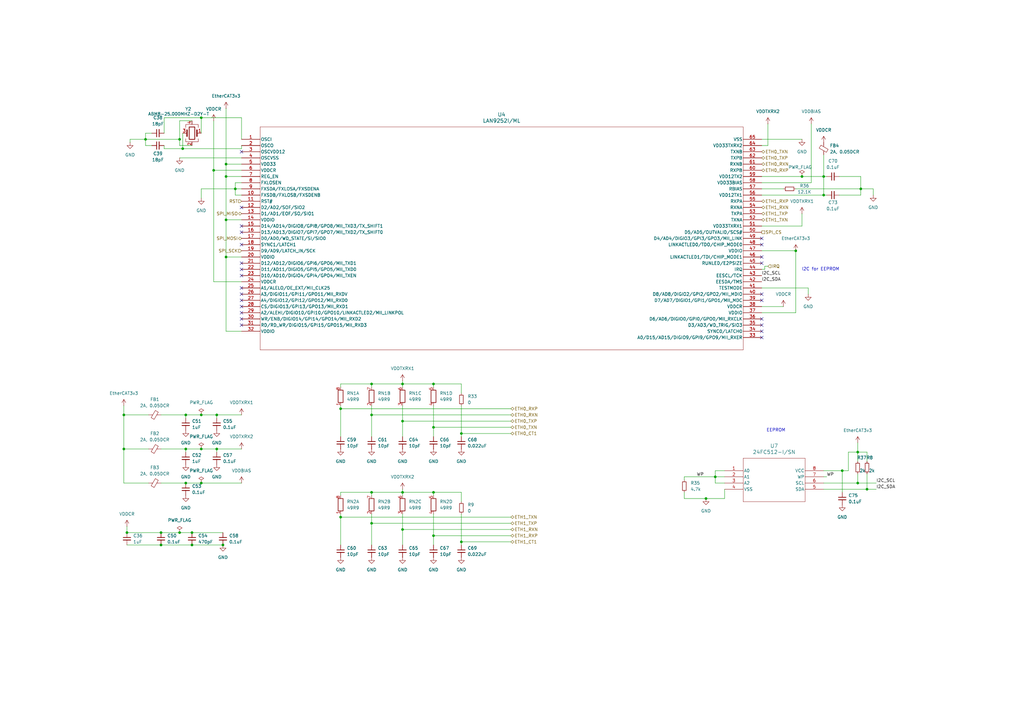
<source format=kicad_sch>
(kicad_sch (version 20231120) (generator "eeschema") (generator_version "8.0")
  (paper "A3")
  (lib_symbols
    (symbol "2024-07-01_21-03-15:LAN9252I_ML" (pin_names (offset 0.254))
      (property "Reference" "U7" (at 106.68 10.16 0))
      (property "Value" "LAN9252I/ML" (at 106.68 7.62 0))
      (symbol "LAN9252I_ML_0_1"
        (pin input line (at 0 0 0) (length 7.62) (name "OSCI") (number "1"))
        (pin input line (at 0 -22.86 0) (length 7.62) (name "FXSDB/FXLOSB/FXSDENB") (number "10"))
        (pin bidirectional line (at 0 -25.4 0) (length 7.62) (name "RST#") (number "11"))
        (pin bidirectional line (at 0 -27.94 0) (length 7.62) (name "D2/AD2/SOF/SIO2") (number "12"))
        (pin bidirectional line (at 0 -30.48 0) (length 7.62) (name "D1/AD1/EOF/SO/SIO1") (number "13"))
        (pin power_in line (at 0 -33.02 0) (length 7.62) (name "VDDIO") (number "14"))
        (pin bidirectional line (at 0 -35.56 0) (length 7.62) (name "D14/AD14/DIGIO8/GPI8/GPO8/MII_TXD3/TX_SHIFT1") (number "15"))
        (pin bidirectional line (at 0 -38.1 0) (length 7.62) (name "D13/AD13/DIGIO7/GPI7/GPO7/MII_TXD2/TX_SHIFT0") (number "16"))
        (pin bidirectional line (at 0 -40.64 0) (length 7.62) (name "D0/AD0/WD_STATE/SI/SIO0") (number "17"))
        (pin bidirectional line (at 0 -43.18 0) (length 7.62) (name "SYNC1/LATCH1") (number "18"))
        (pin bidirectional line (at 0 -45.72 0) (length 7.62) (name "D9/AD9/LATCH_IN/SCK") (number "19"))
        (pin output line (at 0 -2.54 0) (length 7.62) (name "OSCO") (number "2"))
        (pin power_in line (at 0 -48.26 0) (length 7.62) (name "VDDIO") (number "20"))
        (pin bidirectional line (at 0 -50.8 0) (length 7.62) (name "D12/AD12/DIGIO6/GPI6/GPO6/MII_TXD1") (number "21"))
        (pin bidirectional line (at 0 -53.34 0) (length 7.62) (name "D11/AD11/DIGIO5/GPI5/GPO5/MII_TXD0") (number "22"))
        (pin bidirectional line (at 0 -55.88 0) (length 7.62) (name "D10/AD10/DIGIO4/GPI4/GPO4/MII_TXEN") (number "23"))
        (pin power_in line (at 0 -58.42 0) (length 7.62) (name "VDDCR") (number "24"))
        (pin bidirectional line (at 0 -60.96 0) (length 7.62) (name "A1/ALELO/OE_EXT/MII_CLK25") (number "25"))
        (pin bidirectional line (at 0 -63.5 0) (length 7.62) (name "A3/DIGIO11/GPI11/GPO11/MII_RXDV") (number "26"))
        (pin bidirectional line (at 0 -66.04 0) (length 7.62) (name "A4/DIGIO12/GPI12/GPO12/MII_RXD0") (number "27"))
        (pin bidirectional line (at 0 -68.58 0) (length 7.62) (name "CS/DIGIO13/GPI13/GPO13/MII_RXD1") (number "28"))
        (pin bidirectional line (at 0 -71.12 0) (length 7.62) (name "A2/ALEHI/DIGIO10/GPI10/GPO10/LINKACTLED2/MII_LINKPOL") (number "29"))
        (pin power_in line (at 0 -5.08 0) (length 7.62) (name "OSCVDD12") (number "3"))
        (pin bidirectional line (at 0 -73.66 0) (length 7.62) (name "WR/ENB/DIGIO14/GPI14/GPO14/MII_RXD2") (number "30"))
        (pin bidirectional line (at 0 -76.2 0) (length 7.62) (name "RD/RD_WR/DIGIO15/GPI15/GPO15/MII_RXD3") (number "31"))
        (pin power_in line (at 0 -78.74 0) (length 7.62) (name "VDDIO") (number "32"))
        (pin bidirectional line (at 213.36 -81.28 180) (length 7.62) (name "A0/D15/AD15/DIGIO9/GPI9/GPO9/MII_RXER") (number "33"))
        (pin bidirectional line (at 213.36 -78.74 180) (length 7.62) (name "SYNC0/LATCH0") (number "34"))
        (pin bidirectional line (at 213.36 -76.2 180) (length 7.62) (name "D3/AD3/WD_TRIG/SIO3") (number "35"))
        (pin bidirectional line (at 213.36 -73.66 180) (length 7.62) (name "D6/AD6/DIGIO0/GPI0/GPO0/MII_RXCLK") (number "36"))
        (pin power_in line (at 213.36 -71.12 180) (length 7.62) (name "VDDIO") (number "37"))
        (pin power_in line (at 213.36 -68.58 180) (length 7.62) (name "VDDCR") (number "38"))
        (pin bidirectional line (at 213.36 -66.04 180) (length 7.62) (name "D7/AD7/DIGIO1/GPI1/GPO1/MII_MDC") (number "39"))
        (pin bidirectional line (at 213.36 -63.5 180) (length 7.62) (name "D8/AD8/DIGIO2/GPI2/GPO2/MII_MDIO") (number "40"))
        (pin input line (at 213.36 -60.96 180) (length 7.62) (name "TESTMODE") (number "41"))
        (pin bidirectional line (at 213.36 -58.42 180) (length 7.62) (name "EESDA/TMS") (number "42"))
        (pin bidirectional line (at 213.36 -55.88 180) (length 7.62) (name "EESCL/TCK") (number "43"))
        (pin output line (at 213.36 -53.34 180) (length 7.62) (name "IRQ") (number "44"))
        (pin bidirectional line (at 213.36 -50.8 180) (length 7.62) (name "RUNLED/E2PSIZE") (number "45"))
        (pin bidirectional line (at 213.36 -48.26 180) (length 7.62) (name "LINKACTLED1/TDI/CHIP_MODE1") (number "46"))
        (pin power_in line (at 213.36 -45.72 180) (length 7.62) (name "VDDIO") (number "47"))
        (pin bidirectional line (at 213.36 -43.18 180) (length 7.62) (name "LINKACTLED0/TDO/CHIP_MODE0") (number "48"))
        (pin bidirectional line (at 213.36 -40.64 180) (length 7.62) (name "D4/AD4/DIGIO3/GPI3/GPO3/MII_LINK") (number "49"))
        (pin power_in line (at 0 -10.16 0) (length 7.62) (name "VDD33") (number "5"))
        (pin bidirectional line (at 213.36 -38.1 180) (length 7.62) (name "D5/AD5/OUTVALID/SCS#") (number "50"))
        (pin power_in line (at 213.36 -35.56 180) (length 7.62) (name "VDD33TXRX1") (number "51"))
        (pin power_in line (at 213.36 -22.86 180) (length 7.62) (name "VDD12TX1") (number "56"))
        (pin power_in line (at 213.36 -17.78 180) (length 7.62) (name "VDD33BIAS") (number "58"))
        (pin power_in line (at 213.36 -15.24 180) (length 7.62) (name "VDD12TX2") (number "59"))
        (pin power_in line (at 0 -12.7 0) (length 7.62) (name "VDDCR") (number "6"))
        (pin power_in line (at 213.36 -2.54 180) (length 7.62) (name "VDD33TXRX2") (number "64"))
        (pin input line (at 0 -20.32 0) (length 7.62) (name "FXSDA/FXLOSA/FXSDENA") (number "9"))
      )
      (symbol "LAN9252I_ML_1_1"
        (pin passive line (at 0 -7.62 0) (length 7.62) (name "OSCVSS") (number "4"))
        (pin bidirectional line (at 213.36 -33.02 180) (length 7.62) (name "TXNA") (number "52"))
        (pin bidirectional line (at 213.36 -30.48 180) (length 7.62) (name "TXPA") (number "53"))
        (pin bidirectional line (at 213.36 -27.94 180) (length 7.62) (name "RXNA") (number "54"))
        (pin bidirectional line (at 213.36 -25.4 180) (length 7.62) (name "RXPA") (number "55"))
        (pin passive line (at 213.36 -20.32 180) (length 7.62) (name "RBIAS") (number "57"))
        (pin bidirectional line (at 213.36 -12.7 180) (length 7.62) (name "RXPB") (number "60"))
        (pin bidirectional line (at 213.36 -10.16 180) (length 7.62) (name "RXNB") (number "61"))
        (pin bidirectional line (at 213.36 -7.62 180) (length 7.62) (name "TXPB") (number "62"))
        (pin bidirectional line (at 213.36 -5.08 180) (length 7.62) (name "TXNB") (number "63"))
        (pin passive line (at 213.36 0 180) (length 7.62) (name "VSS") (number "65"))
        (pin passive line (at 0 -15.24 0) (length 7.62) (name "REG_EN") (number "7"))
        (pin passive line (at 0 -17.78 0) (length 7.62) (name "FXLOSEN") (number "8"))
      )
    )
    (symbol "2024-07-03_18-39-37:24FC512-I_SN" (pin_names (offset 0.254))
      (property "Reference" "U" (at 20.32 10.16 0))
      (property "Value" "24FC512-I/SN" (at 20.32 7.62 0))
      (symbol "24FC512-I_SN_0_1"
        (pin input line (at 0 0 0) (length 7.62) (name "A0") (number "1"))
        (pin input line (at 0 -2.54 0) (length 7.62) (name "A1") (number "2"))
        (pin input line (at 0 -5.08 0) (length 7.62) (name "A2") (number "3"))
        (pin power_in line (at 0 -7.62 0) (length 7.62) (name "VSS") (number "4"))
        (pin bidirectional line (at 40.64 -7.62 180) (length 7.62) (name "SDA") (number "5"))
        (pin input line (at 40.64 -5.08 180) (length 7.62) (name "SCL") (number "6"))
        (pin input line (at 40.64 -2.54 180) (length 7.62) (name "WP") (number "7"))
        (pin power_in line (at 40.64 0 180) (length 7.62) (name "VCC") (number "8"))
      )
    )
    (symbol "Device:C_Small" (pin_numbers hide) (pin_names (offset 0.254) hide)
      (property "Reference" "C" (at 0.254 1.778 0))
      (property "Value" "C_Small" (at 0.254 -2.032 0))
      (symbol "C_Small_1_1"
        (pin passive line (at 0 2.54 270) (length 2.032) (name "~") (number "1"))
        (pin passive line (at 0 -2.54 90) (length 2.032) (name "~") (number "2"))
      )
    )
    (symbol "Device:Crystal_GND24" (pin_names (offset 1.016) hide)
      (property "Reference" "Y" (at 3.175 5.08 0))
      (property "Value" "Crystal_GND24" (at 3.175 3.175 0))
      (symbol "Crystal_GND24_1_1"
        (pin passive line (at -3.81 0 0) (length 1.27) (name "1") (number "1"))
        (pin passive line (at 0 5.08 270) (length 1.27) (name "2") (number "2"))
        (pin passive line (at 3.81 0 180) (length 1.27) (name "3") (number "3"))
        (pin passive line (at 0 -5.08 90) (length 1.27) (name "4") (number "4"))
      )
    )
    (symbol "Device:FerriteBead_Small" (pin_numbers hide) (pin_names (offset 0))
      (property "Reference" "FB" (at 1.905 1.27 0))
      (property "Value" "FerriteBead_Small" (at 1.905 -1.27 0))
      (symbol "FerriteBead_Small_1_1"
        (pin passive line (at 0 2.54 270) (length 1.27) (name "~") (number "1"))
        (pin passive line (at 0 -2.54 90) (length 1.27) (name "~") (number "2"))
      )
    )
    (symbol "Device:R_Pack04_Split" (pin_names (offset 0) hide)
      (property "Reference" "RN" (at 2.032 0 90))
      (property "Value" "R_Pack04_Split" (at 0 0 90))
      (symbol "R_Pack04_Split_1_1"
        (pin passive line (at 0 -3.81 90) (length 1.27) (name "R1.1") (number "1"))
        (pin passive line (at 0 3.81 270) (length 1.27) (name "R1.2") (number "8"))
      )
      (symbol "R_Pack04_Split_2_1"
        (pin passive line (at 0 -3.81 90) (length 1.27) (name "R2.1") (number "2"))
        (pin passive line (at 0 3.81 270) (length 1.27) (name "R2.2") (number "7"))
      )
      (symbol "R_Pack04_Split_3_1"
        (pin passive line (at 0 -3.81 90) (length 1.27) (name "R3.1") (number "3"))
        (pin passive line (at 0 3.81 270) (length 1.27) (name "R3.2") (number "6"))
      )
      (symbol "R_Pack04_Split_4_1"
        (pin passive line (at 0 -3.81 90) (length 1.27) (name "R4.1") (number "4"))
        (pin passive line (at 0 3.81 270) (length 1.27) (name "R4.2") (number "5"))
      )
    )
    (symbol "Device:R_Small" (pin_numbers hide) (pin_names (offset 0.254) hide)
      (property "Reference" "R" (at 0.762 0.508 0))
      (property "Value" "R_Small" (at 0.762 -1.016 0))
      (symbol "R_Small_1_1"
        (pin passive line (at 0 2.54 270) (length 0.762) (name "~") (number "1"))
        (pin passive line (at 0 -2.54 90) (length 0.762) (name "~") (number "2"))
      )
    )
    (symbol "power:+3.3V" (power) (pin_numbers hide) (pin_names (offset 0) hide)
      (property "Value" "+3.3V" (at 0 3.556 0))
      (symbol "+3.3V_1_1"
        (pin power_in line (at 0 0 90) (length 0) (name "~") (number "1"))
      )
    )
    (symbol "power:GND" (power) (pin_numbers hide) (pin_names (offset 0) hide)
      (property "Value" "GND" (at 0 -3.81 0))
      (symbol "GND_1_1"
        (pin power_in line (at 0 0 270) (length 0) (name "~") (number "1"))
      )
    )
    (symbol "power:PWR_FLAG" (power) (pin_numbers hide) (pin_names (offset 0) hide)
      (property "Value" "PWR_FLAG" (at 0 3.81 0))
      (symbol "PWR_FLAG_0_0"
        (pin power_out line (at 0 0 90) (length 0) (name "~") (number "1"))
      )
    )
  )
  (junction (at 52.07 218.44))
  (junction (at 92.71 105.41))
  (junction (at 152.4 214.63))
  (junction (at 76.2 170.18))
  (junction (at 165.1 157.48))
  (junction (at 177.8 219.71))
  (junction (at 82.55 170.18))
  (junction (at 82.55 184.15))
  (junction (at 82.55 48.26))
  (junction (at 177.8 157.48))
  (junction (at 92.71 72.39))
  (junction (at 351.79 198.12))
  (junction (at 88.9 184.15))
  (junction (at 92.71 90.17))
  (junction (at 328.93 72.39))
  (junction (at 353.06 77.47))
  (junction (at 66.04 223.52))
  (junction (at 337.82 80.01))
  (junction (at 355.6 200.66))
  (junction (at 293.37 195.58))
  (junction (at 73.66 218.44))
  (junction (at 152.4 170.18))
  (junction (at 177.8 175.26))
  (junction (at 87.63 69.85))
  (junction (at 152.4 201.93))
  (junction (at 139.7 212.09))
  (junction (at 74.93 60.96))
  (junction (at 73.66 57.15))
  (junction (at 76.2 198.12))
  (junction (at 351.79 185.42))
  (junction (at 82.55 198.12))
  (junction (at 177.8 201.93))
  (junction (at 88.9 170.18))
  (junction (at 139.7 167.64))
  (junction (at 189.23 177.8))
  (junction (at 165.1 201.93))
  (junction (at 345.44 193.04))
  (junction (at 76.2 184.15))
  (junction (at 66.04 218.44))
  (junction (at 92.71 67.31))
  (junction (at 91.44 223.52))
  (junction (at 152.4 157.48))
  (junction (at 326.39 102.87))
  (junction (at 78.74 218.44))
  (junction (at 50.8 184.15))
  (junction (at 337.82 72.39))
  (junction (at 165.1 172.72))
  (junction (at 165.1 217.17))
  (junction (at 59.69 57.15))
  (junction (at 78.74 223.52))
  (junction (at 96.52 77.47))
  (junction (at 50.8 170.18))
  (junction (at 189.23 222.25))
  (junction (at 289.56 204.47))
  (no_connect (at 99.06 62.23))
  (no_connect (at 99.06 133.35))
  (no_connect (at 312.42 105.41))
  (no_connect (at 99.06 125.73))
  (no_connect (at 99.06 85.09))
  (no_connect (at 312.42 107.95))
  (no_connect (at 99.06 110.49))
  (no_connect (at 312.42 100.33))
  (no_connect (at 312.42 130.81))
  (no_connect (at 99.06 100.33))
  (no_connect (at 312.42 133.35))
  (no_connect (at 99.06 130.81))
  (no_connect (at 312.42 135.89))
  (no_connect (at 312.42 138.43))
  (no_connect (at 312.42 120.65))
  (no_connect (at 99.06 95.25))
  (no_connect (at 99.06 128.27))
  (no_connect (at 99.06 118.11))
  (no_connect (at 99.06 107.95))
  (no_connect (at 312.42 97.79))
  (no_connect (at 312.42 123.19))
  (no_connect (at 99.06 92.71))
  (no_connect (at 99.06 113.03))
  (no_connect (at 99.06 120.65))
  (no_connect (at 99.06 123.19))
  (wire (pts (xy 326.39 128.27) (xy 326.39 102.87)))
  (wire (pts (xy 82.55 170.18) (xy 88.9 170.18)))
  (wire (pts (xy 351.79 185.42) (xy 351.79 189.23)))
  (wire (pts (xy 99.06 135.89) (xy 92.71 135.89)))
  (wire (pts (xy 66.04 223.52) (xy 78.74 223.52)))
  (wire (pts (xy 293.37 195.58) (xy 297.18 195.58)))
  (wire (pts (xy 152.4 214.63) (xy 152.4 223.52)))
  (wire (pts (xy 139.7 167.64) (xy 139.7 179.07)))
  (wire (pts (xy 280.67 196.85) (xy 280.67 195.58)))
  (wire (pts (xy 314.96 50.8) (xy 314.96 59.69)))
  (wire (pts (xy 177.8 210.82) (xy 177.8 219.71)))
  (wire (pts (xy 66.04 198.12) (xy 76.2 198.12)))
  (wire (pts (xy 67.31 48.26) (xy 82.55 48.26)))
  (wire (pts (xy 50.8 166.37) (xy 50.8 170.18)))
  (wire (pts (xy 87.63 69.85) (xy 99.06 69.85)))
  (wire (pts (xy 314.96 109.22) (xy 313.69 109.22)))
  (wire (pts (xy 165.1 200.66) (xy 165.1 201.93)))
  (wire (pts (xy 67.31 60.96) (xy 67.31 59.69)))
  (wire (pts (xy 177.8 201.93) (xy 177.8 203.2)))
  (wire (pts (xy 189.23 177.8) (xy 189.23 179.07)))
  (wire (pts (xy 165.1 201.93) (xy 165.1 203.2)))
  (wire (pts (xy 139.7 212.09) (xy 209.55 212.09)))
  (wire (pts (xy 331.47 118.11) (xy 331.47 120.65)))
  (wire (pts (xy 76.2 198.12) (xy 82.55 198.12)))
  (wire (pts (xy 351.79 185.42) (xy 355.6 185.42)))
  (wire (pts (xy 139.7 210.82) (xy 139.7 212.09)))
  (wire (pts (xy 312.42 102.87) (xy 326.39 102.87)))
  (wire (pts (xy 78.74 218.44) (xy 91.44 218.44)))
  (wire (pts (xy 50.8 170.18) (xy 60.96 170.18)))
  (wire (pts (xy 177.8 166.37) (xy 177.8 175.26)))
  (wire (pts (xy 59.69 54.61) (xy 59.69 57.15)))
  (wire (pts (xy 88.9 184.15) (xy 99.06 184.15)))
  (wire (pts (xy 280.67 195.58) (xy 293.37 195.58)))
  (wire (pts (xy 139.7 167.64) (xy 209.55 167.64)))
  (wire (pts (xy 353.06 72.39) (xy 353.06 77.47)))
  (wire (pts (xy 312.42 118.11) (xy 331.47 118.11)))
  (wire (pts (xy 96.52 77.47) (xy 96.52 80.01)))
  (wire (pts (xy 337.82 72.39) (xy 337.82 80.01)))
  (wire (pts (xy 345.44 193.04) (xy 345.44 201.93)))
  (wire (pts (xy 96.52 77.47) (xy 82.55 77.47)))
  (wire (pts (xy 62.23 54.61) (xy 59.69 54.61)))
  (wire (pts (xy 52.07 215.9) (xy 52.07 218.44)))
  (wire (pts (xy 353.06 77.47) (xy 358.14 77.47)))
  (wire (pts (xy 152.4 214.63) (xy 209.55 214.63)))
  (wire (pts (xy 88.9 170.18) (xy 88.9 171.45)))
  (wire (pts (xy 189.23 222.25) (xy 189.23 223.52)))
  (wire (pts (xy 337.82 198.12) (xy 351.79 198.12)))
  (wire (pts (xy 59.69 57.15) (xy 53.34 57.15)))
  (wire (pts (xy 312.42 57.15) (xy 328.93 57.15)))
  (wire (pts (xy 177.8 175.26) (xy 177.8 179.07)))
  (wire (pts (xy 92.71 90.17) (xy 99.06 90.17)))
  (wire (pts (xy 152.4 157.48) (xy 165.1 157.48)))
  (wire (pts (xy 74.93 54.61) (xy 74.93 60.96)))
  (wire (pts (xy 139.7 158.75) (xy 139.7 157.48)))
  (wire (pts (xy 82.55 184.15) (xy 88.9 184.15)))
  (wire (pts (xy 189.23 157.48) (xy 189.23 161.29)))
  (wire (pts (xy 82.55 48.26) (xy 82.55 54.61)))
  (wire (pts (xy 351.79 194.31) (xy 351.79 198.12)))
  (wire (pts (xy 82.55 77.47) (xy 82.55 81.28)))
  (wire (pts (xy 139.7 201.93) (xy 152.4 201.93)))
  (wire (pts (xy 88.9 184.15) (xy 88.9 185.42)))
  (wire (pts (xy 73.66 218.44) (xy 78.74 218.44)))
  (wire (pts (xy 326.39 77.47) (xy 353.06 77.47)))
  (wire (pts (xy 59.69 57.15) (xy 73.66 57.15)))
  (wire (pts (xy 355.6 200.66) (xy 359.41 200.66)))
  (wire (pts (xy 139.7 203.2) (xy 139.7 201.93)))
  (wire (pts (xy 59.69 59.69) (xy 62.23 59.69)))
  (wire (pts (xy 293.37 193.04) (xy 297.18 193.04)))
  (wire (pts (xy 314.96 59.69) (xy 312.42 59.69)))
  (wire (pts (xy 165.1 172.72) (xy 165.1 179.07)))
  (wire (pts (xy 139.7 166.37) (xy 139.7 167.64)))
  (wire (pts (xy 82.55 48.26) (xy 99.06 48.26)))
  (wire (pts (xy 353.06 77.47) (xy 353.06 80.01)))
  (wire (pts (xy 165.1 157.48) (xy 177.8 157.48)))
  (wire (pts (xy 87.63 115.57) (xy 87.63 69.85)))
  (wire (pts (xy 345.44 193.04) (xy 347.98 193.04)))
  (wire (pts (xy 353.06 80.01) (xy 344.17 80.01)))
  (wire (pts (xy 177.8 175.26) (xy 209.55 175.26)))
  (wire (pts (xy 92.71 44.45) (xy 92.71 67.31)))
  (wire (pts (xy 82.55 198.12) (xy 99.06 198.12)))
  (wire (pts (xy 297.18 198.12) (xy 293.37 198.12)))
  (wire (pts (xy 189.23 222.25) (xy 209.55 222.25)))
  (wire (pts (xy 87.63 49.53) (xy 87.63 69.85)))
  (wire (pts (xy 339.09 195.58) (xy 337.82 195.58)))
  (wire (pts (xy 328.93 72.39) (xy 337.82 72.39)))
  (wire (pts (xy 337.82 72.39) (xy 339.09 72.39)))
  (wire (pts (xy 53.34 57.15) (xy 53.34 58.42)))
  (wire (pts (xy 92.71 72.39) (xy 92.71 67.31)))
  (wire (pts (xy 337.82 63.5) (xy 337.82 72.39)))
  (wire (pts (xy 152.4 170.18) (xy 152.4 179.07)))
  (wire (pts (xy 76.2 184.15) (xy 82.55 184.15)))
  (wire (pts (xy 165.1 210.82) (xy 165.1 217.17)))
  (wire (pts (xy 351.79 198.12) (xy 359.41 198.12)))
  (wire (pts (xy 50.8 184.15) (xy 60.96 184.15)))
  (wire (pts (xy 99.06 48.26) (xy 99.06 57.15)))
  (wire (pts (xy 73.66 59.69) (xy 73.66 57.15)))
  (wire (pts (xy 177.8 201.93) (xy 189.23 201.93)))
  (wire (pts (xy 88.9 170.18) (xy 99.06 170.18)))
  (wire (pts (xy 66.04 218.44) (xy 73.66 218.44)))
  (wire (pts (xy 347.98 185.42) (xy 351.79 185.42)))
  (wire (pts (xy 50.8 170.18) (xy 50.8 184.15)))
  (wire (pts (xy 152.4 210.82) (xy 152.4 214.63)))
  (wire (pts (xy 312.42 128.27) (xy 326.39 128.27)))
  (wire (pts (xy 96.52 77.47) (xy 99.06 77.47)))
  (wire (pts (xy 355.6 185.42) (xy 355.6 189.23)))
  (wire (pts (xy 165.1 201.93) (xy 177.8 201.93)))
  (wire (pts (xy 337.82 193.04) (xy 345.44 193.04)))
  (wire (pts (xy 152.4 201.93) (xy 152.4 203.2)))
  (wire (pts (xy 99.06 105.41) (xy 92.71 105.41)))
  (wire (pts (xy 337.82 200.66) (xy 355.6 200.66)))
  (wire (pts (xy 280.67 204.47) (xy 280.67 201.93)))
  (wire (pts (xy 293.37 195.58) (xy 293.37 193.04)))
  (wire (pts (xy 67.31 48.26) (xy 67.31 54.61)))
  (wire (pts (xy 355.6 194.31) (xy 355.6 200.66)))
  (wire (pts (xy 165.1 166.37) (xy 165.1 172.72)))
  (wire (pts (xy 152.4 170.18) (xy 209.55 170.18)))
  (wire (pts (xy 177.8 157.48) (xy 189.23 157.48)))
  (wire (pts (xy 73.66 64.77) (xy 99.06 64.77)))
  (wire (pts (xy 177.8 219.71) (xy 209.55 219.71)))
  (wire (pts (xy 189.23 177.8) (xy 209.55 177.8)))
  (wire (pts (xy 177.8 219.71) (xy 177.8 223.52)))
  (wire (pts (xy 152.4 157.48) (xy 152.4 158.75)))
  (wire (pts (xy 99.06 60.96) (xy 99.06 59.69)))
  (wire (pts (xy 344.17 72.39) (xy 353.06 72.39)))
  (wire (pts (xy 50.8 184.15) (xy 50.8 198.12)))
  (wire (pts (xy 50.8 198.12) (xy 60.96 198.12)))
  (wire (pts (xy 312.42 74.93) (xy 332.74 74.93)))
  (wire (pts (xy 76.2 184.15) (xy 76.2 185.42)))
  (wire (pts (xy 189.23 201.93) (xy 189.23 205.74)))
  (wire (pts (xy 76.2 170.18) (xy 76.2 171.45)))
  (wire (pts (xy 66.04 170.18) (xy 76.2 170.18)))
  (wire (pts (xy 297.18 200.66) (xy 297.18 204.47)))
  (wire (pts (xy 165.1 217.17) (xy 165.1 223.52)))
  (wire (pts (xy 52.07 218.44) (xy 66.04 218.44)))
  (wire (pts (xy 152.4 166.37) (xy 152.4 170.18)))
  (wire (pts (xy 312.42 80.01) (xy 337.82 80.01)))
  (wire (pts (xy 312.42 125.73) (xy 321.31 125.73)))
  (wire (pts (xy 67.31 60.96) (xy 74.93 60.96)))
  (wire (pts (xy 59.69 57.15) (xy 59.69 59.69)))
  (wire (pts (xy 289.56 204.47) (xy 280.67 204.47)))
  (wire (pts (xy 347.98 185.42) (xy 347.98 193.04)))
  (wire (pts (xy 78.74 59.69) (xy 73.66 59.69)))
  (wire (pts (xy 332.74 50.8) (xy 332.74 74.93)))
  (wire (pts (xy 358.14 77.47) (xy 358.14 80.01)))
  (wire (pts (xy 78.74 223.52) (xy 91.44 223.52)))
  (wire (pts (xy 165.1 172.72) (xy 209.55 172.72)))
  (wire (pts (xy 96.52 80.01) (xy 99.06 80.01)))
  (wire (pts (xy 189.23 210.82) (xy 189.23 222.25)))
  (wire (pts (xy 92.71 72.39) (xy 92.71 90.17)))
  (wire (pts (xy 312.42 92.71) (xy 328.93 92.71)))
  (wire (pts (xy 92.71 135.89) (xy 92.71 105.41)))
  (wire (pts (xy 293.37 198.12) (xy 293.37 195.58)))
  (wire (pts (xy 92.71 67.31) (xy 99.06 67.31)))
  (wire (pts (xy 99.06 72.39) (xy 92.71 72.39)))
  (wire (pts (xy 99.06 115.57) (xy 87.63 115.57)))
  (wire (pts (xy 165.1 157.48) (xy 165.1 158.75)))
  (wire (pts (xy 152.4 201.93) (xy 165.1 201.93)))
  (wire (pts (xy 312.42 72.39) (xy 328.93 72.39)))
  (wire (pts (xy 74.93 60.96) (xy 99.06 60.96)))
  (wire (pts (xy 312.42 77.47) (xy 321.31 77.47)))
  (wire (pts (xy 189.23 166.37) (xy 189.23 177.8)))
  (wire (pts (xy 177.8 157.48) (xy 177.8 158.75)))
  (wire (pts (xy 78.74 49.53) (xy 73.66 49.53)))
  (wire (pts (xy 313.69 110.49) (xy 312.42 110.49)))
  (wire (pts (xy 351.79 181.61) (xy 351.79 185.42)))
  (wire (pts (xy 66.04 184.15) (xy 76.2 184.15)))
  (wire (pts (xy 76.2 170.18) (xy 82.55 170.18)))
  (wire (pts (xy 313.69 109.22) (xy 313.69 110.49)))
  (wire (pts (xy 139.7 157.48) (xy 152.4 157.48)))
  (wire (pts (xy 337.82 80.01) (xy 339.09 80.01)))
  (wire (pts (xy 99.06 74.93) (xy 96.52 74.93)))
  (wire (pts (xy 92.71 105.41) (xy 92.71 90.17)))
  (wire (pts (xy 165.1 217.17) (xy 209.55 217.17)))
  (wire (pts (xy 297.18 204.47) (xy 289.56 204.47)))
  (wire (pts (xy 73.66 49.53) (xy 73.66 57.15)))
  (wire (pts (xy 139.7 212.09) (xy 139.7 223.52)))
  (wire (pts (xy 165.1 156.21) (xy 165.1 157.48)))
  (wire (pts (xy 52.07 223.52) (xy 66.04 223.52)))
  (wire (pts (xy 328.93 87.63) (xy 328.93 92.71)))
  (wire (pts (xy 96.52 74.93) (xy 96.52 77.47)))
  (text "EEPROM\n" (at 318.262 176.53 0) (effects (font (size 1.27 1.27))))
  (text "I2C for EEPROM" (at 336.55 110.49 0) (effects (font (size 1.27 1.27))))
  (label "I2C_SCL" (at 312.42 113.03 0))
  (label "WP" (at 285.75 195.58 0))
  (label "I2C_SDA" (at 312.42 115.57 0))
  (label "I2C_SDA" (at 359.41 200.66 0))
  (label "WP" (at 339.09 195.58 0))
  (label "I2C_SCL" (at 359.41 198.12 0))
  (hierarchical_label "ETH1_CT1" (shape bidirectional) (at 209.55 222.25 0))
  (hierarchical_label "ETH1_RXP" (shape bidirectional) (at 312.42 82.55 0))
  (hierarchical_label "ETH0_RXN" (shape bidirectional) (at 312.42 67.31 0))
  (hierarchical_label "ETH0_TXP" (shape bidirectional) (at 312.42 64.77 0))
  (hierarchical_label "SPI_MOSI" (shape bidirectional) (at 99.06 97.79 180))
  (hierarchical_label "ETH0_TXN" (shape bidirectional) (at 209.55 175.26 0))
  (hierarchical_label "ETH0_TXP" (shape bidirectional) (at 209.55 172.72 0))
  (hierarchical_label "ETH1_RXP" (shape bidirectional) (at 209.55 219.71 0))
  (hierarchical_label "ETH1_TXN" (shape bidirectional) (at 312.42 90.17 0))
  (hierarchical_label "SPI_MISO" (shape bidirectional) (at 99.06 87.63 180))
  (hierarchical_label "ETH0_CT1" (shape bidirectional) (at 209.55 177.8 0))
  (hierarchical_label "ETH1_RXN" (shape bidirectional) (at 312.42 85.09 0))
  (hierarchical_label "ETH1_RXN" (shape bidirectional) (at 209.55 217.17 0))
  (hierarchical_label "IRQ" (shape input) (at 314.96 109.22 0))
  (hierarchical_label "ETH0_TXN" (shape bidirectional) (at 312.42 62.23 0))
  (hierarchical_label "RST" (shape input) (at 99.06 82.55 180))
  (hierarchical_label "ETH1_TXP" (shape bidirectional) (at 209.55 214.63 0))
  (hierarchical_label "ETH1_TXN" (shape bidirectional) (at 209.55 212.09 0))
  (hierarchical_label "ETH0_RXN" (shape bidirectional) (at 209.55 170.18 0))
  (hierarchical_label "ETH0_RXP" (shape bidirectional) (at 209.55 167.64 0))
  (hierarchical_label "SPI_CS" (shape passive) (at 312.42 95.25 0))
  (hierarchical_label "ETH1_TXP" (shape bidirectional) (at 312.42 87.63 0))
  (hierarchical_label "ETH0_RXP" (shape bidirectional) (at 312.42 69.85 0))
  (hierarchical_label "SPI_SCK" (shape input) (at 99.06 102.87 180))
  (symbol (lib_id "power:GND") (at 91.44 223.52 0) (unit 1)
    (property "Reference" "#PWR065" (effects (hide yes)))
    (property "Value" "GND" (at 91.44 228.6 0))
    (property "Description" "Power symbol creates a global label with name \"GND\" , ground" (effects (hide yes)))
  )
  (symbol (lib_id "Device:R_Small") (at 189.23 163.83 0) (unit 1)
    (property "Reference" "R33" (at 191.77 162.5599 0) (effects (justify left)))
    (property "Value" "0" (at 191.77 165.0999 0) (effects (justify left)))
    (property "Footprint" "Resistor_SMD:R_0402_1005Metric" (effects (hide yes)))
    (property "Description" "Resistor, small symbol" (effects (hide yes)))
    (property "LCSC Part #" "C106231" (effects (hide yes)))
  )
  (symbol (lib_id "power:GND") (at 177.8 228.6 0) (unit 1)
    (property "Reference" "#PWR084" (effects (hide yes)))
    (property "Value" "GND" (at 177.8 233.68 0))
    (property "Description" "Power symbol creates a global label with name \"GND\" , ground" (effects (hide yes)))
  )
  (symbol (lib_id "power:GND") (at 177.8 184.15 0) (unit 1)
    (property "Reference" "#PWR083" (effects (hide yes)))
    (property "Value" "GND" (at 177.8 189.23 0))
    (property "Description" "Power symbol creates a global label with name \"GND\" , ground" (effects (hide yes)))
  )
  (symbol (lib_id "power:GND") (at 76.2 176.53 0) (unit 1)
    (property "Reference" "#PWR042" (effects (hide yes)))
    (property "Value" "GND" (at 76.2 181.61 0))
    (property "Description" "Power symbol creates a global label with name \"GND\" , ground" (effects (hide yes)))
  )
  (symbol (lib_id "power:GND") (at 88.9 176.53 0) (unit 1)
    (property "Reference" "#PWR063" (effects (hide yes)))
    (property "Value" "GND" (at 88.9 181.61 0))
    (property "Description" "Power symbol creates a global label with name \"GND\" , ground" (effects (hide yes)))
  )
  (symbol (lib_id "Device:C_Small") (at 189.23 181.61 0) (unit 1)
    (property "Reference" "C68" (at 191.77 180.3462 0) (effects (justify left)))
    (property "Value" "0.022uF" (at 191.77 182.8862 0) (effects (justify left)))
    (property "Footprint" "Capacitor_SMD:C_0402_1005Metric" (effects (hide yes)))
    (property "Description" "Unpolarized capacitor, small symbol" (effects (hide yes)))
    (property "LCSC Part #" "C147616" (effects (hide yes)))
  )
  (symbol (lib_id "power:GND") (at 189.23 228.6 0) (unit 1)
    (property "Reference" "#PWR086" (effects (hide yes)))
    (property "Value" "GND" (at 189.23 233.68 0))
    (property "Description" "Power symbol creates a global label with name \"GND\" , ground" (effects (hide yes)))
  )
  (symbol (lib_id "Device:C_Small") (at 76.2 173.99 0) (unit 1)
    (property "Reference" "C51" (at 78.74 172.7262 0) (effects (justify left)))
    (property "Value" "1uF" (at 78.74 175.2662 0) (effects (justify left)))
    (property "Footprint" "Capacitor_SMD:C_0603_1608Metric" (effects (hide yes)))
    (property "Description" "Unpolarized capacitor, small symbol" (effects (hide yes)))
    (property "LCSC Part #" " C106858" (effects (hide yes)))
  )
  (symbol (lib_id "power:+3.3V") (at 87.63 49.53 0) (unit 1)
    (property "Reference" "#PWR062" (effects (hide yes)))
    (property "Value" "VDDCR" (at 87.63 44.704 0))
    (property "Description" "Power symbol creates a global label with name \"+3.3V\"" (effects (hide yes)))
  )
  (symbol (lib_id "power:GND") (at 139.7 184.15 0) (unit 1)
    (property "Reference" "#PWR072" (effects (hide yes)))
    (property "Value" "GND" (at 139.7 189.23 0))
    (property "Description" "Power symbol creates a global label with name \"GND\" , ground" (effects (hide yes)))
  )
  (symbol (lib_id "power:+3.3V") (at 328.93 87.63 0) (unit 1)
    (property "Reference" "#PWR092" (effects (hide yes)))
    (property "Value" "VDDTXRX1" (at 328.93 82.55 0))
    (property "Description" "Power symbol creates a global label with name \"+3.3V\"" (effects (hide yes)))
  )
  (symbol (lib_id "Device:C_Small") (at 139.7 226.06 0) (unit 1)
    (property "Reference" "C60" (at 142.24 224.7962 0) (effects (justify left)))
    (property "Value" "10pF" (at 142.24 227.3362 0) (effects (justify left)))
    (property "Footprint" "Capacitor_SMD:C_0402_1005Metric" (effects (hide yes)))
    (property "Description" "Unpolarized capacitor, small symbol" (effects (hide yes)))
    (property "LCSC Part #" "C115606" (effects (hide yes)))
  )
  (symbol (lib_id "power:GND") (at 345.44 207.01 0) (unit 1)
    (property "Reference" "#PWR096" (effects (hide yes)))
    (property "Value" "GND" (at 345.44 212.09 0))
    (property "Description" "Power symbol creates a global label with name \"GND\" , ground" (effects (hide yes)))
  )
  (symbol (lib_id "Device:C_Small") (at 64.77 54.61 90) (unit 1)
    (property "Reference" "C38" (at 64.7763 48.26 90))
    (property "Value" "18pF" (at 64.7763 50.8 90))
    (property "Footprint" "Capacitor_SMD:C_0402_1005Metric" (effects (hide yes)))
    (property "Description" "Unpolarized capacitor, small symbol" (effects (hide yes)))
    (property "LCSC Part #" "C76701" (effects (hide yes)))
  )
  (symbol (lib_id "Device:C_Small") (at 341.63 72.39 90) (unit 1)
    (property "Reference" "C70" (at 341.6363 66.04 90))
    (property "Value" "0.1uF" (at 341.6363 68.58 90))
    (property "Footprint" "Capacitor_SMD:C_0603_1608Metric" (effects (hide yes)))
    (property "Description" "Unpolarized capacitor, small symbol" (effects (hide yes)))
    (property "LCSC Part #" "C77055" (effects (hide yes)))
  )
  (symbol (lib_id "Device:C_Small") (at 165.1 226.06 0) (unit 1)
    (property "Reference" "C65" (at 167.64 224.7962 0) (effects (justify left)))
    (property "Value" "10pF" (at 167.64 227.3362 0) (effects (justify left)))
    (property "Footprint" "Capacitor_SMD:C_0402_1005Metric" (effects (hide yes)))
    (property "Description" "Unpolarized capacitor, small symbol" (effects (hide yes)))
    (property "LCSC Part #" "C115606" (effects (hide yes)))
  )
  (symbol (lib_id "power:GND") (at 289.56 204.47 0) (unit 1)
    (property "Reference" "#PWR087" (effects (hide yes)))
    (property "Value" "GND" (at 289.56 209.55 0))
    (property "Description" "Power symbol creates a global label with name \"GND\" , ground" (effects (hide yes)))
  )
  (symbol (lib_id "Device:C_Small") (at 139.7 181.61 0) (unit 1)
    (property "Reference" "C59" (at 142.24 180.3462 0) (effects (justify left)))
    (property "Value" "10pF" (at 142.24 182.8862 0) (effects (justify left)))
    (property "Footprint" "Capacitor_SMD:C_0402_1005Metric" (effects (hide yes)))
    (property "Description" "Unpolarized capacitor, small symbol" (effects (hide yes)))
    (property "LCSC Part #" "C115606" (effects (hide yes)))
  )
  (symbol (lib_id "power:+3.3V") (at 326.39 102.87 0) (unit 1)
    (property "Reference" "#PWR090" (effects (hide yes)))
    (property "Value" "EtherCAT3v3" (at 326.39 97.79 0))
    (property "Description" "Power symbol creates a global label with name \"+3.3V\"" (effects (hide yes)))
  )
  (symbol (lib_id "Device:FerriteBead_Small") (at 63.5 170.18 90) (unit 1)
    (property "Reference" "FB1" (at 63.4619 163.83 90))
    (property "Value" "2A, 0.05DCR" (at 63.4619 166.37 90))
    (property "Footprint" "Inductor_SMD:L_1206_3216Metric" (effects (hide yes)))
    (property "Description" "Ferrite bead, small symbol" (effects (hide yes)))
    (property "LCSC Part #" "C380287" (effects (hide yes)))
  )
  (symbol (lib_id "power:GND") (at 73.66 64.77 0) (unit 1)
    (property "Reference" "#PWR041" (effects (hide yes)))
    (property "Value" "GND" (at 73.66 69.85 0))
    (property "Description" "Power symbol creates a global label with name \"GND\" , ground" (effects (hide yes)))
  )
  (symbol (lib_id "power:PWR_FLAG") (at 328.93 72.39 0) (unit 1)
    (property "Reference" "#FLG08" (effects (hide yes)))
    (property "Value" "PWR_FLAG" (at 328.168 68.58 0))
    (property "Description" "Special symbol for telling ERC where power comes from" (effects (hide yes)))
  )
  (symbol (lib_id "power:GND") (at 82.55 81.28 0) (unit 1)
    (property "Reference" "#PWR055" (effects (hide yes)))
    (property "Value" "GND" (at 82.55 86.36 0))
    (property "Description" "Power symbol creates a global label with name \"GND\" , ground" (effects (hide yes)))
  )
  (symbol (lib_id "Device:R_Pack04_Split") (at 139.7 162.56 0) (unit 1)
    (property "Reference" "RN1" (at 142.24 161.2899 0) (effects (justify left)))
    (property "Value" "49R9" (at 142.24 163.8299 0) (effects (justify left)))
    (property "Footprint" "Resistor_SMD:R_Array_Convex_4x0402" (effects (hide yes)))
    (property "Description" "4 resistor network, parallel topology, split" (effects (hide yes)))
    (property "LCSC Part #" " C136850" (effects (hide yes)))
  )
  (symbol (lib_id "Device:R_Pack04_Split") (at 165.1 162.56 0) (unit 3)
    (property "Reference" "RN1" (at 167.64 161.2899 0) (effects (justify left)))
    (property "Value" "49R9" (at 167.64 163.8299 0) (effects (justify left)))
    (property "Footprint" "Resistor_SMD:R_Array_Convex_4x0402" (effects (hide yes)))
    (property "Description" "4 resistor network, parallel topology, split" (effects (hide yes)))
    (property "LCSC Part #" " C136850" (effects (hide yes)))
  )
  (symbol (lib_id "power:GND") (at 88.9 190.5 0) (unit 1)
    (property "Reference" "#PWR064" (effects (hide yes)))
    (property "Value" "GND" (at 88.9 195.58 0))
    (property "Description" "Power symbol creates a global label with name \"GND\" , ground" (effects (hide yes)))
  )
  (symbol (lib_id "power:+3.3V") (at 165.1 200.66 0) (unit 1)
    (property "Reference" "#PWR078" (effects (hide yes)))
    (property "Value" "VDDTXRX2" (at 165.1 195.58 0))
    (property "Description" "Power symbol creates a global label with name \"+3.3V\"" (effects (hide yes)))
  )
  (symbol (lib_id "Device:C_Small") (at 152.4 181.61 0) (unit 1)
    (property "Reference" "C61" (at 154.94 180.3462 0) (effects (justify left)))
    (property "Value" "10pF" (at 154.94 182.8862 0) (effects (justify left)))
    (property "Footprint" "Capacitor_SMD:C_0402_1005Metric" (effects (hide yes)))
    (property "Description" "Unpolarized capacitor, small symbol" (effects (hide yes)))
    (property "LCSC Part #" "C115606" (effects (hide yes)))
  )
  (symbol (lib_id "Device:C_Small") (at 88.9 173.99 0) (unit 1)
    (property "Reference" "C55" (at 91.44 172.7262 0) (effects (justify left)))
    (property "Value" "0.1uF" (at 91.44 175.2662 0) (effects (justify left)))
    (property "Footprint" "Capacitor_SMD:C_0603_1608Metric" (effects (hide yes)))
    (property "Description" "Unpolarized capacitor, small symbol" (effects (hide yes)))
    (property "LCSC Part #" "C77055" (effects (hide yes)))
  )
  (symbol (lib_id "Device:FerriteBead_Small") (at 63.5 198.12 90) (unit 1)
    (property "Reference" "FB3" (at 63.4619 191.77 90))
    (property "Value" "2A, 0.05DCR" (at 63.4619 194.31 90))
    (property "Footprint" "Inductor_SMD:L_1206_3216Metric" (effects (hide yes)))
    (property "Description" "Ferrite bead, small symbol" (effects (hide yes)))
    (property "LCSC Part #" "C380287" (effects (hide yes)))
  )
  (symbol (lib_id "Device:R_Small") (at 280.67 199.39 0) (unit 1)
    (property "Reference" "R35" (at 283.21 198.1199 0) (effects (justify left)))
    (property "Value" "4.7k" (at 283.21 200.6599 0) (effects (justify left)))
    (property "Footprint" "Resistor_SMD:R_0402_1005Metric" (effects (hide yes)))
    (property "Description" "Resistor, small symbol" (effects (hide yes)))
    (property "LCSC Part #" " C105871" (effects (hide yes)))
  )
  (symbol (lib_id "power:+3.3V") (at 99.06 170.18 0) (unit 1)
    (property "Reference" "#PWR067" (effects (hide yes)))
    (property "Value" "VDDTXRX1" (at 99.06 165.1 0))
    (property "Description" "Power symbol creates a global label with name \"+3.3V\"" (effects (hide yes)))
  )
  (symbol (lib_id "power:+3.3V") (at 52.07 215.9 0) (unit 1)
    (property "Reference" "#PWR039" (effects (hide yes)))
    (property "Value" "VDDCR" (at 52.07 210.82 0))
    (property "Description" "Power symbol creates a global label with name \"+3.3V\"" (effects (hide yes)))
  )
  (symbol (lib_id "power:+3.3V") (at 50.8 166.37 0) (unit 1)
    (property "Reference" "#PWR038" (effects (hide yes)))
    (property "Value" "EtherCAT3v3" (at 50.8 161.29 0))
    (property "Description" "Power symbol creates a global label with name \"+3.3V\"" (effects (hide yes)))
  )
  (symbol (lib_id "power:GND") (at 152.4 228.6 0) (unit 1)
    (property "Reference" "#PWR075" (effects (hide yes)))
    (property "Value" "GND" (at 152.4 233.68 0))
    (property "Description" "Power symbol creates a global label with name \"GND\" , ground" (effects (hide yes)))
  )
  (symbol (lib_id "Device:R_Small") (at 323.85 77.47 90) (unit 1)
    (property "Reference" "R36" (at 329.946 76.2 90))
    (property "Value" "12.1K" (at 329.946 78.74 90))
    (property "Footprint" "Resistor_SMD:R_0402_1005Metric" (effects (hide yes)))
    (property "Description" "Resistor, small symbol" (effects (hide yes)))
    (property "LCSC Part #" " C281773" (effects (hide yes)))
  )
  (symbol (lib_id "Device:R_Small") (at 355.6 191.77 0) (unit 1)
    (property "Reference" "R8" (at 355.346 187.706 0) (effects (justify left)))
    (property "Value" "2k" (at 356.362 193.04 0) (effects (justify left)))
    (property "Footprint" "Resistor_SMD:R_0402_1005Metric" (effects (hide yes)))
    (property "Description" "Resistor, small symbol" (effects (hide yes)))
    (property "LCSC Part #" "C144035 " (effects (hide yes)))
  )
  (symbol (lib_id "power:+3.3V") (at 92.71 44.45 0) (unit 1)
    (property "Reference" "#PWR066" (effects (hide yes)))
    (property "Value" "EtherCAT3v3" (at 92.71 39.37 0))
    (property "Description" "Power symbol creates a global label with name \"+3.3V\"" (effects (hide yes)))
  )
  (symbol (lib_id "power:+3.3V") (at 99.06 198.12 0) (unit 1)
    (property "Reference" "#PWR071" (effects (hide yes)))
    (property "Value" "VDDBIAS" (at 99.06 193.04 0))
    (property "Description" "Power symbol creates a global label with name \"+3.3V\"" (effects (hide yes)))
  )
  (symbol (lib_id "power:+3.3V") (at 332.74 50.8 0) (unit 1)
    (property "Reference" "#PWR094" (effects (hide yes)))
    (property "Value" "VDDBIAS" (at 332.74 45.72 0))
    (property "Description" "Power symbol creates a global label with name \"+3.3V\"" (effects (hide yes)))
  )
  (symbol (lib_id "power:PWR_FLAG") (at 73.66 218.44 0) (unit 1)
    (property "Reference" "#FLG01" (effects (hide yes)))
    (property "Value" "PWR_FLAG" (at 73.66 213.36 0))
    (property "Description" "Special symbol for telling ERC where power comes from" (effects (hide yes)))
  )
  (symbol (lib_id "Device:R_Pack04_Split") (at 177.8 207.01 0) (unit 4)
    (property "Reference" "RN2" (at 180.34 205.7399 0) (effects (justify left)))
    (property "Value" "49R9" (at 180.34 208.2799 0) (effects (justify left)))
    (property "Footprint" "Resistor_SMD:R_Array_Convex_4x0402" (effects (hide yes)))
    (property "Description" "4 resistor network, parallel topology, split" (effects (hide yes)))
    (property "LCSC Part #" " C136850" (effects (hide yes)))
  )
  (symbol (lib_id "power:GND") (at 165.1 184.15 0) (unit 1)
    (property "Reference" "#PWR077" (effects (hide yes)))
    (property "Value" "GND" (at 165.1 189.23 0))
    (property "Description" "Power symbol creates a global label with name \"GND\" , ground" (effects (hide yes)))
  )
  (symbol (lib_id "Device:FerriteBead_Small") (at 63.5 184.15 90) (unit 1)
    (property "Reference" "FB2" (at 63.4619 177.8 90))
    (property "Value" "2A, 0.05DCR" (at 63.4619 180.34 90))
    (property "Footprint" "Inductor_SMD:L_1206_3216Metric" (effects (hide yes)))
    (property "Description" "Ferrite bead, small symbol" (effects (hide yes)))
    (property "LCSC Part #" "C380287" (effects (hide yes)))
  )
  (symbol (lib_id "power:GND") (at 139.7 228.6 0) (unit 1)
    (property "Reference" "#PWR073" (effects (hide yes)))
    (property "Value" "GND" (at 139.7 233.68 0))
    (property "Description" "Power symbol creates a global label with name \"GND\" , ground" (effects (hide yes)))
  )
  (symbol (lib_id "Device:C_Small") (at 52.07 220.98 0) (unit 1)
    (property "Reference" "C36" (at 54.61 219.7162 0) (effects (justify left)))
    (property "Value" "1uF" (at 54.61 222.2562 0) (effects (justify left)))
    (property "Footprint" "Capacitor_SMD:C_0603_1608Metric" (effects (hide yes)))
    (property "Description" "Unpolarized capacitor, small symbol" (effects (hide yes)))
    (property "LCSC Part #" "C106858" (effects (hide yes)))
  )
  (symbol (lib_id "power:GND") (at 358.14 80.01 0) (unit 1)
    (property "Reference" "#PWR0106" (effects (hide yes)))
    (property "Value" "GND" (at 358.14 85.09 0))
    (property "Description" "Power symbol creates a global label with name \"GND\" , ground" (effects (hide yes)))
  )
  (symbol (lib_id "Device:C_Small") (at 341.63 80.01 90) (unit 1)
    (property "Reference" "C73" (at 341.63 83.058 90))
    (property "Value" "0.1uF" (at 341.63 85.598 90))
    (property "Footprint" "Capacitor_SMD:C_0603_1608Metric" (effects (hide yes)))
    (property "Description" "Unpolarized capacitor, small symbol" (effects (hide yes)))
    (property "LCSC Part #" "C77055" (effects (hide yes)))
  )
  (symbol (lib_id "power:+3.3V") (at 337.82 58.42 0) (unit 1)
    (property "Reference" "#PWR095" (effects (hide yes)))
    (property "Value" "VDDCR" (at 337.82 53.34 0))
    (property "Description" "Power symbol creates a global label with name \"+3.3V\"" (effects (hide yes)))
  )
  (symbol (lib_id "Device:C_Small") (at 152.4 226.06 0) (unit 1)
    (property "Reference" "C63" (at 154.94 224.7962 0) (effects (justify left)))
    (property "Value" "10pF" (at 154.94 227.3362 0) (effects (justify left)))
    (property "Footprint" "Capacitor_SMD:C_0402_1005Metric" (effects (hide yes)))
    (property "Description" "Unpolarized capacitor, small symbol" (effects (hide yes)))
    (property "LCSC Part #" "C115606" (effects (hide yes)))
  )
  (symbol (lib_id "Device:R_Pack04_Split") (at 139.7 207.01 0) (unit 1)
    (property "Reference" "RN2" (at 142.24 205.7399 0) (effects (justify left)))
    (property "Value" "49R9" (at 142.24 208.2799 0) (effects (justify left)))
    (property "Footprint" "Resistor_SMD:R_Array_Convex_4x0402" (effects (hide yes)))
    (property "Description" "4 resistor network, parallel topology, split" (effects (hide yes)))
    (property "LCSC Part #" " C136850" (effects (hide yes)))
  )
  (symbol (lib_id "Device:FerriteBead_Small") (at 337.82 60.96 180) (unit 1)
    (property "Reference" "FB4" (at 340.36 59.728 0) (effects (justify right)))
    (property "Value" "2A, 0.05DCR" (at 340.36 62.268 0) (effects (justify right)))
    (property "Footprint" "Inductor_SMD:L_1206_3216Metric" (effects (hide yes)))
    (property "Description" "Ferrite bead, small symbol" (effects (hide yes)))
    (property "LCSC Part #" "C380287" (effects (hide yes)))
  )
  (symbol (lib_id "Device:R_Small") (at 351.79 191.77 0) (unit 1)
    (property "Reference" "R37" (at 351.536 187.706 0) (effects (justify left)))
    (property "Value" "2k" (at 352.552 193.04 0) (effects (justify left)))
    (property "Footprint" "Resistor_SMD:R_0402_1005Metric" (effects (hide yes)))
    (property "Description" "Resistor, small symbol" (effects (hide yes)))
    (property "LCSC Part #" "C144035 " (effects (hide yes)))
  )
  (symbol (lib_id "power:+3.3V") (at 314.96 50.8 0) (unit 1)
    (property "Reference" "#PWR088" (effects (hide yes)))
    (property "Value" "VDDTXRX2" (at 314.96 45.72 0))
    (property "Description" "Power symbol creates a global label with name \"+3.3V\"" (effects (hide yes)))
  )
  (symbol (lib_id "2024-07-03_18-39-37:24FC512-I_SN") (at 297.18 193.04 0) (unit 1)
    (property "Reference" "U7" (at 317.5 182.88 0) (effects (font (size 1.524 1.524))))
    (property "Value" "24FC512-I/SN" (at 317.5 185.42 0) (effects (font (size 1.524 1.524))))
    (property "Footprint" "Package_SO:SOP-8_3.9x4.9mm_P1.27mm" (effects (hide yes)))
    (property "Datasheet" "24FC512-I/SN" (effects (hide yes)))
    (property "LCSC Part #" "C615159" (effects (hide yes)))
  )
  (symbol (lib_id "Device:C_Small") (at 88.9 187.96 0) (unit 1)
    (property "Reference" "C57" (at 91.44 186.6962 0) (effects (justify left)))
    (property "Value" "0.1uF" (at 91.44 189.2362 0) (effects (justify left)))
    (property "Footprint" "Capacitor_SMD:C_0603_1608Metric" (effects (hide yes)))
    (property "Description" "Unpolarized capacitor, small symbol" (effects (hide yes)))
    (property "LCSC Part #" "C77055" (effects (hide yes)))
  )
  (symbol (lib_id "power:+3.3V") (at 321.31 125.73 0) (unit 1)
    (property "Reference" "#PWR089" (effects (hide yes)))
    (property "Value" "VDDCR" (at 321.31 120.65 0))
    (property "Description" "Power symbol creates a global label with name \"+3.3V\"" (effects (hide yes)))
  )
  (symbol (lib_id "power:PWR_FLAG") (at 82.55 170.18 0) (unit 1)
    (property "Reference" "#FLG05" (effects (hide yes)))
    (property "Value" "PWR_FLAG" (at 82.55 165.1 0))
    (property "Description" "Special symbol for telling ERC where power comes from" (effects (hide yes)))
  )
  (symbol (lib_id "power:PWR_FLAG") (at 82.55 198.12 0) (unit 1)
    (property "Reference" "#FLG07" (effects (hide yes)))
    (property "Value" "PWR_FLAG" (at 82.55 193.04 0))
    (property "Description" "Special symbol for telling ERC where power comes from" (effects (hide yes)))
  )
  (symbol (lib_id "power:PWR_FLAG") (at 82.55 184.15 0) (unit 1)
    (property "Reference" "#FLG06" (effects (hide yes)))
    (property "Value" "PWR_FLAG" (at 82.55 179.07 0))
    (property "Description" "Special symbol for telling ERC where power comes from" (effects (hide yes)))
  )
  (symbol (lib_id "Device:C_Small") (at 177.8 226.06 0) (unit 1)
    (property "Reference" "C67" (at 180.34 224.7962 0) (effects (justify left)))
    (property "Value" "10pF" (at 180.34 227.3362 0) (effects (justify left)))
    (property "Footprint" "Capacitor_SMD:C_0402_1005Metric" (effects (hide yes)))
    (property "Description" "Unpolarized capacitor, small symbol" (effects (hide yes)))
    (property "LCSC Part #" "C115606" (effects (hide yes)))
  )
  (symbol (lib_id "Device:R_Pack04_Split") (at 177.8 162.56 0) (unit 4)
    (property "Reference" "RN1" (at 180.34 161.2899 0) (effects (justify left)))
    (property "Value" "49R9" (at 180.34 163.8299 0) (effects (justify left)))
    (property "Footprint" "Resistor_SMD:R_Array_Convex_4x0402" (effects (hide yes)))
    (property "Description" "4 resistor network, parallel topology, split" (effects (hide yes)))
    (property "LCSC Part #" " C136850" (effects (hide yes)))
  )
  (symbol (lib_id "Device:R_Small") (at 189.23 208.28 0) (unit 1)
    (property "Reference" "R9" (at 191.77 207.0099 0) (effects (justify left)))
    (property "Value" "0" (at 191.77 209.5499 0) (effects (justify left)))
    (property "Footprint" "Resistor_SMD:R_0402_1005Metric" (effects (hide yes)))
    (property "Description" "Resistor, small symbol" (effects (hide yes)))
    (property "LCSC Part #" "C106231" (effects (hide yes)))
  )
  (symbol (lib_id "Device:C_Small") (at 76.2 200.66 0) (unit 1)
    (property "Reference" "C53" (at 78.74 199.3962 0) (effects (justify left)))
    (property "Value" "0.1uF" (at 78.74 201.9362 0) (effects (justify left)))
    (property "Footprint" "Capacitor_SMD:C_0603_1608Metric" (effects (hide yes)))
    (property "Description" "Unpolarized capacitor, small symbol" (effects (hide yes)))
    (property "LCSC Part #" "C77055" (effects (hide yes)))
  )
  (symbol (lib_id "Device:R_Pack04_Split") (at 152.4 162.56 0) (unit 2)
    (property "Reference" "RN1" (at 154.94 161.2899 0) (effects (justify left)))
    (property "Value" "49R9" (at 154.94 163.8299 0) (effects (justify left)))
    (property "Footprint" "Resistor_SMD:R_Array_Convex_4x0402" (effects (hide yes)))
    (property "Description" "4 resistor network, parallel topology, split" (effects (hide yes)))
    (property "LCSC Part #" " C136850" (effects (hide yes)))
  )
  (symbol (lib_id "power:GND") (at 165.1 228.6 0) (unit 1)
    (property "Reference" "#PWR082" (effects (hide yes)))
    (property "Value" "GND" (at 165.1 233.68 0))
    (property "Description" "Power symbol creates a global label with name \"GND\" , ground" (effects (hide yes)))
  )
  (symbol (lib_id "Device:C_Small") (at 189.23 226.06 0) (unit 1)
    (property "Reference" "C69" (at 191.77 224.7962 0) (effects (justify left)))
    (property "Value" "0.022uF" (at 191.77 227.3362 0) (effects (justify left)))
    (property "Footprint" "Capacitor_SMD:C_0402_1005Metric" (effects (hide yes)))
    (property "Description" "Unpolarized capacitor, small symbol" (effects (hide yes)))
    (property "LCSC Part #" "C147616" (effects (hide yes)))
  )
  (symbol (lib_id "power:+3.3V") (at 165.1 156.21 0) (unit 1)
    (property "Reference" "#PWR076" (effects (hide yes)))
    (property "Value" "VDDTXRX1" (at 165.1 151.13 0))
    (property "Description" "Power symbol creates a global label with name \"+3.3V\"" (effects (hide yes)))
  )
  (symbol (lib_id "Device:R_Pack04_Split") (at 165.1 207.01 0) (unit 3)
    (property "Reference" "RN2" (at 167.64 205.7399 0) (effects (justify left)))
    (property "Value" "49R9" (at 167.64 208.2799 0) (effects (justify left)))
    (property "Footprint" "Resistor_SMD:R_Array_Convex_4x0402" (effects (hide yes)))
    (property "Description" "4 resistor network, parallel topology, split" (effects (hide yes)))
    (property "LCSC Part #" " C136850" (effects (hide yes)))
  )
  (symbol (lib_id "power:GND") (at 76.2 190.5 0) (unit 1)
    (property "Reference" "#PWR043" (effects (hide yes)))
    (property "Value" "GND" (at 76.2 195.58 0))
    (property "Description" "Power symbol creates a global label with name \"GND\" , ground" (effects (hide yes)))
  )
  (symbol (lib_id "power:GND") (at 331.47 120.65 0) (unit 1)
    (property "Reference" "#PWR093" (effects (hide yes)))
    (property "Value" "GND" (at 331.47 125.73 0))
    (property "Description" "Power symbol creates a global label with name \"GND\" , ground" (effects (hide yes)))
  )
  (symbol (lib_id "power:GND") (at 189.23 184.15 0) (unit 1)
    (property "Reference" "#PWR085" (effects (hide yes)))
    (property "Value" "GND" (at 189.23 189.23 0))
    (property "Description" "Power symbol creates a global label with name \"GND\" , ground" (effects (hide yes)))
  )
  (symbol (lib_id "Device:C_Small") (at 177.8 181.61 0) (unit 1)
    (property "Reference" "C66" (at 180.34 180.3462 0) (effects (justify left)))
    (property "Value" "10pF" (at 180.34 182.8862 0) (effects (justify left)))
    (property "Footprint" "Capacitor_SMD:C_0402_1005Metric" (effects (hide yes)))
    (property "Description" "Unpolarized capacitor, small symbol" (effects (hide yes)))
    (property "LCSC Part #" "C115606" (effects (hide yes)))
  )
  (symbol (lib_id "Device:C_Small") (at 66.04 220.98 0) (unit 1)
    (property "Reference" "C50" (at 68.58 219.7162 0) (effects (justify left)))
    (property "Value" "0.1uF" (at 68.58 222.2562 0) (effects (justify left)))
    (property "Footprint" "Capacitor_SMD:C_0603_1608Metric" (effects (hide yes)))
    (property "Description" "Unpolarized capacitor, small symbol" (effects (hide yes)))
    (property "LCSC Part #" "C77055" (effects (hide yes)))
  )
  (symbol (lib_id "power:GND") (at 152.4 184.15 0) (unit 1)
    (property "Reference" "#PWR074" (effects (hide yes)))
    (property "Value" "GND" (at 152.4 189.23 0))
    (property "Description" "Power symbol creates a global label with name \"GND\" , ground" (effects (hide yes)))
  )
  (symbol (lib_id "power:+3.3V") (at 351.79 181.61 0) (unit 1)
    (property "Reference" "#PWR097" (effects (hide yes)))
    (property "Value" "EtherCAT3v3" (at 351.79 176.53 0))
    (property "Description" "Power symbol creates a global label with name \"+3.3V\"" (effects (hide yes)))
  )
  (symbol (lib_id "Device:C_Small") (at 91.44 220.98 0) (unit 1)
    (property "Reference" "C58" (at 93.98 219.7162 0) (effects (justify left)))
    (property "Value" "0.1uF" (at 93.98 222.2562 0) (effects (justify left)))
    (property "Footprint" "Capacitor_SMD:C_0603_1608Metric" (effects (hide yes)))
    (property "Description" "Unpolarized capacitor, small symbol" (effects (hide yes)))
    (property "LCSC Part #" "C77055" (effects (hide yes)))
  )
  (symbol (lib_id "Device:C_Small") (at 345.44 204.47 0) (unit 1)
    (property "Reference" "C75" (at 347.98 203.2062 0) (effects (justify left)))
    (property "Value" "0.1uF" (at 347.98 205.7462 0) (effects (justify left)))
    (property "Footprint" "Capacitor_SMD:C_0603_1608Metric" (effects (hide yes)))
    (property "Description" "Unpolarized capacitor, small symbol" (effects (hide yes)))
    (property "LCSC Part #" "C77055" (effects (hide yes)))
  )
  (symbol (lib_id "power:+3.3V") (at 99.06 184.15 0) (unit 1)
    (property "Reference" "#PWR070" (effects (hide yes)))
    (property "Value" "VDDTXRX2" (at 99.06 179.07 0))
    (property "Description" "Power symbol creates a global label with name \"+3.3V\"" (effects (hide yes)))
  )
  (symbol (lib_id "power:GND") (at 53.34 58.42 0) (unit 1)
    (property "Reference" "#PWR040" (effects (hide yes)))
    (property "Value" "GND" (at 53.34 63.5 0))
    (property "Description" "Power symbol creates a global label with name \"GND\" , ground" (effects (hide yes)))
  )
  (symbol (lib_id "power:GND") (at 328.93 57.15 0) (unit 1)
    (property "Reference" "#PWR091" (effects (hide yes)))
    (property "Value" "GND" (at 328.93 62.23 0))
    (property "Description" "Power symbol creates a global label with name \"GND\" , ground" (effects (hide yes)))
  )
  (symbol (lib_id "Device:Crystal_GND24") (at 78.74 54.61 180) (unit 1)
    (property "Reference" "Y2" (at 75.946 44.704 0) (effects (justify right)))
    (property "Value" "ABM8-25.000MHZ-D2Y-T" (at 60.706 46.736 0) (effects (justify right)))
    (property "Footprint" "Crystal:Crystal_SMD_3225-4Pin_3.2x2.5mm" (effects (hide yes)))
    (property "Description" "Four pin crystal, GND on pins 2 and 4" (effects (hide yes)))
    (property "LCSC Part #" "C179643" (effects (hide yes)))
  )
  (symbol (lib_id "Device:C_Small") (at 64.77 59.69 90) (unit 1)
    (property "Reference" "C39" (at 64.77 62.992 90))
    (property "Value" "18pF" (at 64.77 65.532 90))
    (property "Footprint" "Capacitor_SMD:C_0402_1005Metric" (effects (hide yes)))
    (property "Description" "Unpolarized capacitor, small symbol" (effects (hide yes)))
    (property "LCSC Part #" "C76701" (effects (hide yes)))
  )
  (symbol (lib_id "Device:R_Pack04_Split") (at 152.4 207.01 0) (unit 2)
    (property "Reference" "RN2" (at 154.94 205.7399 0) (effects (justify left)))
    (property "Value" "49R9" (at 154.94 208.2799 0) (effects (justify left)))
    (property "Footprint" "Resistor_SMD:R_Array_Convex_4x0402" (effects (hide yes)))
    (property "Description" "4 resistor network, parallel topology, split" (effects (hide yes)))
    (property "LCSC Part #" " C136850" (effects (hide yes)))
  )
  (symbol (lib_id "Device:C_Small") (at 76.2 187.96 0) (unit 1)
    (property "Reference" "C52" (at 78.74 186.6962 0) (effects (justify left)))
    (property "Value" "1uF" (at 78.74 189.2362 0) (effects (justify left)))
    (property "Footprint" "Capacitor_SMD:C_0603_1608Metric" (effects (hide yes)))
    (property "Description" "Unpolarized capacitor, small symbol" (effects (hide yes)))
    (property "LCSC Part #" " C106858" (effects (hide yes)))
  )
  (symbol (lib_id "2024-07-01_21-03-15:LAN9252I_ML") (at 99.06 57.15 0) (unit 1)
    (property "Reference" "U4" (at 205.74 46.99 0) (effects (font (size 1.524 1.524))))
    (property "Value" "LAN9252I/ML" (at 205.74 49.53 0) (effects (font (size 1.524 1.524))))
    (property "Footprint" "footprints:QFN64_ML_MCH" (effects (hide yes)))
    (property "Datasheet" "LAN9252I/ML" (effects (hide yes)))
    (property "LCSC Part #" "C2758355" (effects (hide yes)))
  )
  (symbol (lib_id "Device:C_Small") (at 78.74 220.98 0) (unit 1)
    (property "Reference" "C54" (at 81.28 219.7162 0) (effects (justify left)))
    (property "Value" "470pF" (at 81.28 222.2562 0) (effects (justify left)))
    (property "Footprint" "Capacitor_SMD:C_0402_1005Metric" (effects (hide yes)))
    (property "Description" "Unpolarized capacitor, small symbol" (effects (hide yes)))
    (property "LCSC Part #" "C106207" (effects (hide yes)))
  )
  (symbol (lib_id "Device:C_Small") (at 165.1 181.61 0) (unit 1)
    (property "Reference" "C64" (at 167.64 180.3462 0) (effects (justify left)))
    (property "Value" "10pF" (at 167.64 182.8862 0) (effects (justify left)))
    (property "Footprint" "Capacitor_SMD:C_0402_1005Metric" (effects (hide yes)))
    (property "Description" "Unpolarized capacitor, small symbol" (effects (hide yes)))
    (property "LCSC Part #" "C115606" (effects (hide yes)))
  )
  (symbol (lib_id "power:GND") (at 76.2 203.2 0) (unit 1)
    (property "Reference" "#PWR052" (effects (hide yes)))
    (property "Value" "GND" (at 76.2 208.28 0))
    (property "Description" "Power symbol creates a global label with name \"GND\" , ground" (effects (hide yes)))
  )
)
</source>
